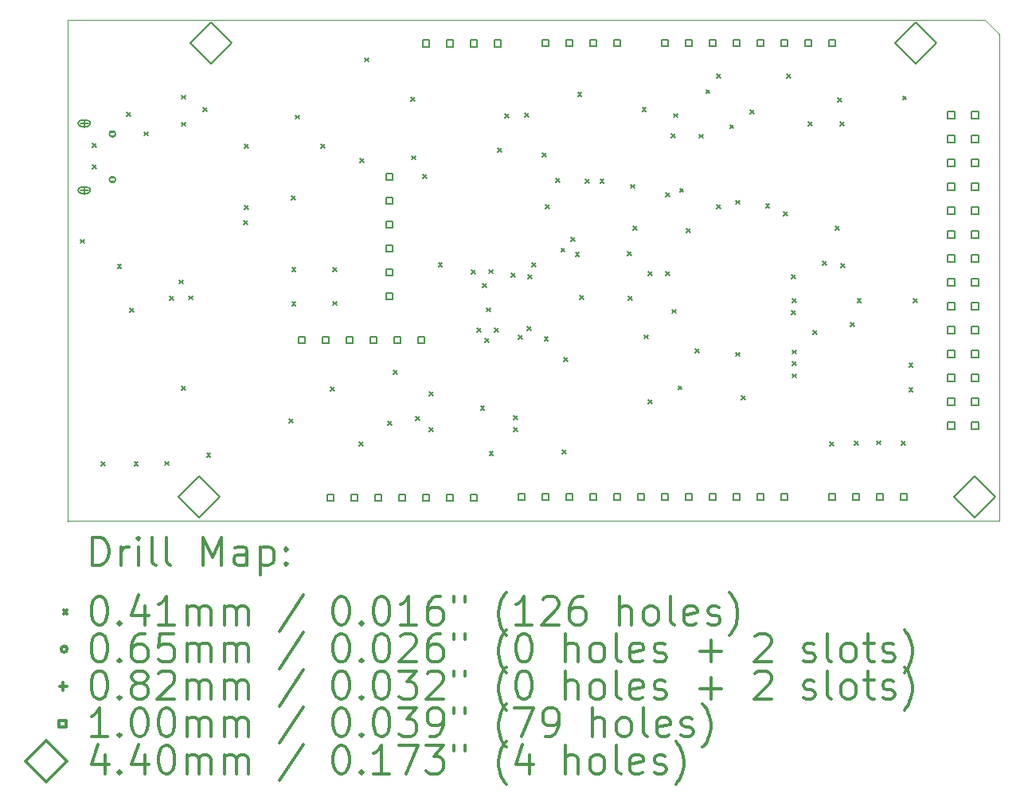
<source format=gbr>
%FSLAX45Y45*%
G04 Gerber Fmt 4.5, Leading zero omitted, Abs format (unit mm)*
G04 Created by KiCad (PCBNEW 4.0.7-e2-6376~58~ubuntu16.04.1) date Sat Dec 22 19:07:05 2018*
%MOMM*%
%LPD*%
G01*
G04 APERTURE LIST*
%ADD10C,0.127000*%
%ADD11C,0.100000*%
%ADD12C,0.200000*%
%ADD13C,0.300000*%
G04 APERTURE END LIST*
D10*
D11*
X9094000Y-6027000D02*
X9096000Y-6027000D01*
X9094000Y-11358000D02*
X9094000Y-6027000D01*
X18997000Y-11358000D02*
X9094000Y-11358000D01*
X18997000Y-11356000D02*
X18997000Y-11358000D01*
X18997000Y-11355000D02*
X18997000Y-11356000D01*
X18997000Y-11354000D02*
X18997000Y-11355000D01*
X18997000Y-11353000D02*
X18997000Y-11354000D01*
X18997000Y-6179000D02*
X18997000Y-11353000D01*
X18996000Y-6178000D02*
X18997000Y-6179000D01*
X18995000Y-6177000D02*
X18996000Y-6178000D01*
X18845000Y-6027000D02*
X18995000Y-6177000D01*
X18844000Y-6027000D02*
X18845000Y-6027000D01*
X18843000Y-6027000D02*
X18844000Y-6027000D01*
X18842000Y-6027000D02*
X18843000Y-6027000D01*
X9097000Y-6027000D02*
X18842000Y-6027000D01*
X9094000Y-11358000D02*
X9094000Y-11360000D01*
D12*
X9228680Y-8362680D02*
X9269320Y-8403320D01*
X9269320Y-8362680D02*
X9228680Y-8403320D01*
X9356680Y-7344680D02*
X9397320Y-7385320D01*
X9397320Y-7344680D02*
X9356680Y-7385320D01*
X9356680Y-7570680D02*
X9397320Y-7611320D01*
X9397320Y-7570680D02*
X9356680Y-7611320D01*
X9453680Y-10726680D02*
X9494320Y-10767320D01*
X9494320Y-10726680D02*
X9453680Y-10767320D01*
X9624680Y-8629680D02*
X9665320Y-8670320D01*
X9665320Y-8629680D02*
X9624680Y-8670320D01*
X9720680Y-7015680D02*
X9761320Y-7056320D01*
X9761320Y-7015680D02*
X9720680Y-7056320D01*
X9752680Y-9093680D02*
X9793320Y-9134320D01*
X9793320Y-9093680D02*
X9752680Y-9134320D01*
X9802680Y-10726680D02*
X9843320Y-10767320D01*
X9843320Y-10726680D02*
X9802680Y-10767320D01*
X9904680Y-7220680D02*
X9945320Y-7261320D01*
X9945320Y-7220680D02*
X9904680Y-7261320D01*
X10130680Y-10725680D02*
X10171320Y-10766320D01*
X10171320Y-10725680D02*
X10130680Y-10766320D01*
X10181680Y-8965680D02*
X10222320Y-9006320D01*
X10222320Y-8965680D02*
X10181680Y-9006320D01*
X10280680Y-8794680D02*
X10321320Y-8835320D01*
X10321320Y-8794680D02*
X10280680Y-8835320D01*
X10302680Y-7118680D02*
X10343320Y-7159320D01*
X10343320Y-7118680D02*
X10302680Y-7159320D01*
X10304680Y-6830680D02*
X10345320Y-6871320D01*
X10345320Y-6830680D02*
X10304680Y-6871320D01*
X10308680Y-9925680D02*
X10349320Y-9966320D01*
X10349320Y-9925680D02*
X10308680Y-9966320D01*
X10384680Y-8963680D02*
X10425320Y-9004320D01*
X10425320Y-8963680D02*
X10384680Y-9004320D01*
X10533680Y-6959680D02*
X10574320Y-7000320D01*
X10574320Y-6959680D02*
X10533680Y-7000320D01*
X10572680Y-10634680D02*
X10613320Y-10675320D01*
X10613320Y-10634680D02*
X10572680Y-10675320D01*
X10963680Y-8164680D02*
X11004320Y-8205320D01*
X11004320Y-8164680D02*
X10963680Y-8205320D01*
X10974680Y-7348680D02*
X11015320Y-7389320D01*
X11015320Y-7348680D02*
X10974680Y-7389320D01*
X10975680Y-8000680D02*
X11016320Y-8041320D01*
X11016320Y-8000680D02*
X10975680Y-8041320D01*
X11447680Y-10274680D02*
X11488320Y-10315320D01*
X11488320Y-10274680D02*
X11447680Y-10315320D01*
X11476680Y-7902680D02*
X11517320Y-7943320D01*
X11517320Y-7902680D02*
X11476680Y-7943320D01*
X11478680Y-8662680D02*
X11519320Y-8703320D01*
X11519320Y-8662680D02*
X11478680Y-8703320D01*
X11478680Y-9027680D02*
X11519320Y-9068320D01*
X11519320Y-9027680D02*
X11478680Y-9068320D01*
X11517680Y-7041680D02*
X11558320Y-7082320D01*
X11558320Y-7041680D02*
X11517680Y-7082320D01*
X11787680Y-7348680D02*
X11828320Y-7389320D01*
X11828320Y-7348680D02*
X11787680Y-7389320D01*
X11889680Y-9935680D02*
X11930320Y-9976320D01*
X11930320Y-9935680D02*
X11889680Y-9976320D01*
X11915680Y-8661680D02*
X11956320Y-8702320D01*
X11956320Y-8661680D02*
X11915680Y-8702320D01*
X11915680Y-9023680D02*
X11956320Y-9064320D01*
X11956320Y-9023680D02*
X11915680Y-9064320D01*
X12192680Y-10517680D02*
X12233320Y-10558320D01*
X12233320Y-10517680D02*
X12192680Y-10558320D01*
X12203680Y-7500680D02*
X12244320Y-7541320D01*
X12244320Y-7500680D02*
X12203680Y-7541320D01*
X12254680Y-6432680D02*
X12295320Y-6473320D01*
X12295320Y-6432680D02*
X12254680Y-6473320D01*
X12500680Y-10296680D02*
X12541320Y-10337320D01*
X12541320Y-10296680D02*
X12500680Y-10337320D01*
X12557680Y-9755680D02*
X12598320Y-9796320D01*
X12598320Y-9755680D02*
X12557680Y-9796320D01*
X12742680Y-6852680D02*
X12783320Y-6893320D01*
X12783320Y-6852680D02*
X12742680Y-6893320D01*
X12753680Y-7473680D02*
X12794320Y-7514320D01*
X12794320Y-7473680D02*
X12753680Y-7514320D01*
X12797680Y-10246680D02*
X12838320Y-10287320D01*
X12838320Y-10246680D02*
X12797680Y-10287320D01*
X12869680Y-7670680D02*
X12910320Y-7711320D01*
X12910320Y-7670680D02*
X12869680Y-7711320D01*
X12938680Y-9983680D02*
X12979320Y-10024320D01*
X12979320Y-9983680D02*
X12938680Y-10024320D01*
X12938680Y-10364680D02*
X12979320Y-10405320D01*
X12979320Y-10364680D02*
X12938680Y-10405320D01*
X13035680Y-8611680D02*
X13076320Y-8652320D01*
X13076320Y-8611680D02*
X13035680Y-8652320D01*
X13385680Y-8687680D02*
X13426320Y-8728320D01*
X13426320Y-8687680D02*
X13385680Y-8728320D01*
X13444680Y-9304680D02*
X13485320Y-9345320D01*
X13485320Y-9304680D02*
X13444680Y-9345320D01*
X13484680Y-10137680D02*
X13525320Y-10178320D01*
X13525320Y-10137680D02*
X13484680Y-10178320D01*
X13506680Y-8832680D02*
X13547320Y-8873320D01*
X13547320Y-8832680D02*
X13506680Y-8873320D01*
X13534680Y-9414680D02*
X13575320Y-9455320D01*
X13575320Y-9414680D02*
X13534680Y-9455320D01*
X13545680Y-9091680D02*
X13586320Y-9132320D01*
X13586320Y-9091680D02*
X13545680Y-9132320D01*
X13575680Y-8685680D02*
X13616320Y-8726320D01*
X13616320Y-8685680D02*
X13575680Y-8726320D01*
X13577680Y-10619680D02*
X13618320Y-10660320D01*
X13618320Y-10619680D02*
X13577680Y-10660320D01*
X13636680Y-9309680D02*
X13677320Y-9350320D01*
X13677320Y-9309680D02*
X13636680Y-9350320D01*
X13664680Y-7390680D02*
X13705320Y-7431320D01*
X13705320Y-7390680D02*
X13664680Y-7431320D01*
X13740680Y-7028680D02*
X13781320Y-7069320D01*
X13781320Y-7028680D02*
X13740680Y-7069320D01*
X13809680Y-8721680D02*
X13850320Y-8762320D01*
X13850320Y-8721680D02*
X13809680Y-8762320D01*
X13836680Y-10237680D02*
X13877320Y-10278320D01*
X13877320Y-10237680D02*
X13836680Y-10278320D01*
X13837680Y-10364680D02*
X13878320Y-10405320D01*
X13878320Y-10364680D02*
X13837680Y-10405320D01*
X13886680Y-9380680D02*
X13927320Y-9421320D01*
X13927320Y-9380680D02*
X13886680Y-9421320D01*
X13954680Y-7023680D02*
X13995320Y-7064320D01*
X13995320Y-7023680D02*
X13954680Y-7064320D01*
X13980680Y-9292680D02*
X14021320Y-9333320D01*
X14021320Y-9292680D02*
X13980680Y-9333320D01*
X13986680Y-8742680D02*
X14027320Y-8783320D01*
X14027320Y-8742680D02*
X13986680Y-8783320D01*
X14034680Y-8609680D02*
X14075320Y-8650320D01*
X14075320Y-8609680D02*
X14034680Y-8650320D01*
X14142680Y-7443680D02*
X14183320Y-7484320D01*
X14183320Y-7443680D02*
X14142680Y-7484320D01*
X14162680Y-9397680D02*
X14203320Y-9438320D01*
X14203320Y-9397680D02*
X14162680Y-9438320D01*
X14177680Y-7997680D02*
X14218320Y-8038320D01*
X14218320Y-7997680D02*
X14177680Y-8038320D01*
X14283680Y-7718680D02*
X14324320Y-7759320D01*
X14324320Y-7718680D02*
X14283680Y-7759320D01*
X14339680Y-8455680D02*
X14380320Y-8496320D01*
X14380320Y-8455680D02*
X14339680Y-8496320D01*
X14354680Y-10601680D02*
X14395320Y-10642320D01*
X14395320Y-10601680D02*
X14354680Y-10642320D01*
X14367680Y-9623680D02*
X14408320Y-9664320D01*
X14408320Y-9623680D02*
X14367680Y-9664320D01*
X14443680Y-8338680D02*
X14484320Y-8379320D01*
X14484320Y-8338680D02*
X14443680Y-8379320D01*
X14492680Y-8501680D02*
X14533320Y-8542320D01*
X14533320Y-8501680D02*
X14492680Y-8542320D01*
X14518680Y-6803680D02*
X14559320Y-6844320D01*
X14559320Y-6803680D02*
X14518680Y-6844320D01*
X14539680Y-8959680D02*
X14580320Y-9000320D01*
X14580320Y-8959680D02*
X14539680Y-9000320D01*
X14599680Y-7721680D02*
X14640320Y-7762320D01*
X14640320Y-7721680D02*
X14599680Y-7762320D01*
X14755680Y-7721680D02*
X14796320Y-7762320D01*
X14796320Y-7721680D02*
X14755680Y-7762320D01*
X15045680Y-8493680D02*
X15086320Y-8534320D01*
X15086320Y-8493680D02*
X15045680Y-8534320D01*
X15053680Y-8971680D02*
X15094320Y-9012320D01*
X15094320Y-8971680D02*
X15053680Y-9012320D01*
X15081680Y-7778680D02*
X15122320Y-7819320D01*
X15122320Y-7778680D02*
X15081680Y-7819320D01*
X15103680Y-8225680D02*
X15144320Y-8266320D01*
X15144320Y-8225680D02*
X15103680Y-8266320D01*
X15204680Y-6959680D02*
X15245320Y-7000320D01*
X15245320Y-6959680D02*
X15204680Y-7000320D01*
X15222680Y-9378680D02*
X15263320Y-9419320D01*
X15263320Y-9378680D02*
X15222680Y-9419320D01*
X15268680Y-8706680D02*
X15309320Y-8747320D01*
X15309320Y-8706680D02*
X15268680Y-8747320D01*
X15268680Y-10068680D02*
X15309320Y-10109320D01*
X15309320Y-10068680D02*
X15268680Y-10109320D01*
X15450680Y-7869680D02*
X15491320Y-7910320D01*
X15491320Y-7869680D02*
X15450680Y-7910320D01*
X15451680Y-8702680D02*
X15492320Y-8743320D01*
X15492320Y-8702680D02*
X15451680Y-8743320D01*
X15510680Y-7238680D02*
X15551320Y-7279320D01*
X15551320Y-7238680D02*
X15510680Y-7279320D01*
X15521680Y-9108680D02*
X15562320Y-9149320D01*
X15562320Y-9108680D02*
X15521680Y-9149320D01*
X15539680Y-7024680D02*
X15580320Y-7065320D01*
X15580320Y-7024680D02*
X15539680Y-7065320D01*
X15584680Y-9920680D02*
X15625320Y-9961320D01*
X15625320Y-9920680D02*
X15584680Y-9961320D01*
X15602680Y-7820680D02*
X15643320Y-7861320D01*
X15643320Y-7820680D02*
X15602680Y-7861320D01*
X15670680Y-8249680D02*
X15711320Y-8290320D01*
X15711320Y-8249680D02*
X15670680Y-8290320D01*
X15768680Y-9529680D02*
X15809320Y-9570320D01*
X15809320Y-9529680D02*
X15768680Y-9570320D01*
X15812680Y-7245680D02*
X15853320Y-7286320D01*
X15853320Y-7245680D02*
X15812680Y-7286320D01*
X15880680Y-6770680D02*
X15921320Y-6811320D01*
X15921320Y-6770680D02*
X15880680Y-6811320D01*
X15998680Y-6604680D02*
X16039320Y-6645320D01*
X16039320Y-6604680D02*
X15998680Y-6645320D01*
X15998680Y-7996680D02*
X16039320Y-8037320D01*
X16039320Y-7996680D02*
X15998680Y-8037320D01*
X16134680Y-7143680D02*
X16175320Y-7184320D01*
X16175320Y-7143680D02*
X16134680Y-7184320D01*
X16196680Y-9565680D02*
X16237320Y-9606320D01*
X16237320Y-9565680D02*
X16196680Y-9606320D01*
X16200680Y-7948680D02*
X16241320Y-7989320D01*
X16241320Y-7948680D02*
X16200680Y-7989320D01*
X16255680Y-10027680D02*
X16296320Y-10068320D01*
X16296320Y-10027680D02*
X16255680Y-10068320D01*
X16349680Y-6984680D02*
X16390320Y-7025320D01*
X16390320Y-6984680D02*
X16349680Y-7025320D01*
X16515680Y-7986680D02*
X16556320Y-8027320D01*
X16556320Y-7986680D02*
X16515680Y-8027320D01*
X16704680Y-8073680D02*
X16745320Y-8114320D01*
X16745320Y-8073680D02*
X16704680Y-8114320D01*
X16741680Y-6603680D02*
X16782320Y-6644320D01*
X16782320Y-6603680D02*
X16741680Y-6644320D01*
X16791680Y-8741680D02*
X16832320Y-8782320D01*
X16832320Y-8741680D02*
X16791680Y-8782320D01*
X16794680Y-9120680D02*
X16835320Y-9161320D01*
X16835320Y-9120680D02*
X16794680Y-9161320D01*
X16796680Y-8995680D02*
X16837320Y-9036320D01*
X16837320Y-8995680D02*
X16796680Y-9036320D01*
X16796680Y-9794680D02*
X16837320Y-9835320D01*
X16837320Y-9794680D02*
X16796680Y-9835320D01*
X16799680Y-9540680D02*
X16840320Y-9581320D01*
X16840320Y-9540680D02*
X16799680Y-9581320D01*
X16799680Y-9665680D02*
X16840320Y-9706320D01*
X16840320Y-9665680D02*
X16799680Y-9706320D01*
X16969680Y-7111680D02*
X17010320Y-7152320D01*
X17010320Y-7111680D02*
X16969680Y-7152320D01*
X17016680Y-9333680D02*
X17057320Y-9374320D01*
X17057320Y-9333680D02*
X17016680Y-9374320D01*
X17123680Y-8592680D02*
X17164320Y-8633320D01*
X17164320Y-8592680D02*
X17123680Y-8633320D01*
X17194680Y-10514680D02*
X17235320Y-10555320D01*
X17235320Y-10514680D02*
X17194680Y-10555320D01*
X17255680Y-8225680D02*
X17296320Y-8266320D01*
X17296320Y-8225680D02*
X17255680Y-8266320D01*
X17285680Y-6857680D02*
X17326320Y-6898320D01*
X17326320Y-6857680D02*
X17285680Y-6898320D01*
X17308680Y-7111680D02*
X17349320Y-7152320D01*
X17349320Y-7111680D02*
X17308680Y-7152320D01*
X17316680Y-8622680D02*
X17357320Y-8663320D01*
X17357320Y-8622680D02*
X17316680Y-8663320D01*
X17414680Y-9244680D02*
X17455320Y-9285320D01*
X17455320Y-9244680D02*
X17414680Y-9285320D01*
X17458680Y-10510680D02*
X17499320Y-10551320D01*
X17499320Y-10510680D02*
X17458680Y-10551320D01*
X17489680Y-8994680D02*
X17530320Y-9035320D01*
X17530320Y-8994680D02*
X17489680Y-9035320D01*
X17700680Y-10505680D02*
X17741320Y-10546320D01*
X17741320Y-10505680D02*
X17700680Y-10546320D01*
X17962680Y-10507680D02*
X18003320Y-10548320D01*
X18003320Y-10507680D02*
X17962680Y-10548320D01*
X17972680Y-6839680D02*
X18013320Y-6880320D01*
X18013320Y-6839680D02*
X17972680Y-6880320D01*
X18039680Y-9679680D02*
X18080320Y-9720320D01*
X18080320Y-9679680D02*
X18039680Y-9720320D01*
X18039680Y-9939680D02*
X18080320Y-9980320D01*
X18080320Y-9939680D02*
X18039680Y-9980320D01*
X18089680Y-8993680D02*
X18130320Y-9034320D01*
X18130320Y-8993680D02*
X18089680Y-9034320D01*
X9602500Y-7242500D02*
G75*
G03X9602500Y-7242500I-32500J0D01*
G01*
X9560000Y-7265000D02*
X9580000Y-7265000D01*
X9560000Y-7220000D02*
X9580000Y-7220000D01*
X9580000Y-7265000D02*
G75*
G03X9580000Y-7220000I0J22500D01*
G01*
X9560000Y-7220000D02*
G75*
G03X9560000Y-7265000I0J-22500D01*
G01*
X9602500Y-7727500D02*
G75*
G03X9602500Y-7727500I-32500J0D01*
G01*
X9560000Y-7750000D02*
X9580000Y-7750000D01*
X9560000Y-7705000D02*
X9580000Y-7705000D01*
X9580000Y-7750000D02*
G75*
G03X9580000Y-7705000I0J22500D01*
G01*
X9560000Y-7705000D02*
G75*
G03X9560000Y-7750000I0J-22500D01*
G01*
X9270000Y-7088125D02*
X9270000Y-7170625D01*
X9228750Y-7129375D02*
X9311250Y-7129375D01*
X9236250Y-7160625D02*
X9303750Y-7160625D01*
X9236250Y-7098125D02*
X9303750Y-7098125D01*
X9303750Y-7160625D02*
G75*
G03X9303750Y-7098125I0J31250D01*
G01*
X9236250Y-7098125D02*
G75*
G03X9236250Y-7160625I0J-31250D01*
G01*
X9270000Y-7799375D02*
X9270000Y-7881875D01*
X9228750Y-7840625D02*
X9311250Y-7840625D01*
X9236250Y-7871875D02*
X9303750Y-7871875D01*
X9236250Y-7809375D02*
X9303750Y-7809375D01*
X9303750Y-7871875D02*
G75*
G03X9303750Y-7809375I0J31250D01*
G01*
X9236250Y-7809375D02*
G75*
G03X9236250Y-7871875I0J-31250D01*
G01*
X11617356Y-9469356D02*
X11617356Y-9398644D01*
X11546644Y-9398644D01*
X11546644Y-9469356D01*
X11617356Y-9469356D01*
X11871356Y-9469356D02*
X11871356Y-9398644D01*
X11800644Y-9398644D01*
X11800644Y-9469356D01*
X11871356Y-9469356D01*
X11923356Y-11144356D02*
X11923356Y-11073644D01*
X11852644Y-11073644D01*
X11852644Y-11144356D01*
X11923356Y-11144356D01*
X12125356Y-9469356D02*
X12125356Y-9398644D01*
X12054644Y-9398644D01*
X12054644Y-9469356D01*
X12125356Y-9469356D01*
X12177356Y-11144356D02*
X12177356Y-11073644D01*
X12106644Y-11073644D01*
X12106644Y-11144356D01*
X12177356Y-11144356D01*
X12379356Y-9469356D02*
X12379356Y-9398644D01*
X12308644Y-9398644D01*
X12308644Y-9469356D01*
X12379356Y-9469356D01*
X12431356Y-11144356D02*
X12431356Y-11073644D01*
X12360644Y-11073644D01*
X12360644Y-11144356D01*
X12431356Y-11144356D01*
X12552356Y-7730356D02*
X12552356Y-7659644D01*
X12481644Y-7659644D01*
X12481644Y-7730356D01*
X12552356Y-7730356D01*
X12552356Y-7984356D02*
X12552356Y-7913644D01*
X12481644Y-7913644D01*
X12481644Y-7984356D01*
X12552356Y-7984356D01*
X12552356Y-8238356D02*
X12552356Y-8167644D01*
X12481644Y-8167644D01*
X12481644Y-8238356D01*
X12552356Y-8238356D01*
X12552356Y-8492356D02*
X12552356Y-8421644D01*
X12481644Y-8421644D01*
X12481644Y-8492356D01*
X12552356Y-8492356D01*
X12552356Y-8746356D02*
X12552356Y-8675644D01*
X12481644Y-8675644D01*
X12481644Y-8746356D01*
X12552356Y-8746356D01*
X12552356Y-9000356D02*
X12552356Y-8929644D01*
X12481644Y-8929644D01*
X12481644Y-9000356D01*
X12552356Y-9000356D01*
X12633356Y-9469356D02*
X12633356Y-9398644D01*
X12562644Y-9398644D01*
X12562644Y-9469356D01*
X12633356Y-9469356D01*
X12685356Y-11144356D02*
X12685356Y-11073644D01*
X12614644Y-11073644D01*
X12614644Y-11144356D01*
X12685356Y-11144356D01*
X12887356Y-9469356D02*
X12887356Y-9398644D01*
X12816644Y-9398644D01*
X12816644Y-9469356D01*
X12887356Y-9469356D01*
X12938356Y-6314356D02*
X12938356Y-6243644D01*
X12867644Y-6243644D01*
X12867644Y-6314356D01*
X12938356Y-6314356D01*
X12939356Y-11144356D02*
X12939356Y-11073644D01*
X12868644Y-11073644D01*
X12868644Y-11144356D01*
X12939356Y-11144356D01*
X13192356Y-6314356D02*
X13192356Y-6243644D01*
X13121644Y-6243644D01*
X13121644Y-6314356D01*
X13192356Y-6314356D01*
X13193356Y-11144356D02*
X13193356Y-11073644D01*
X13122644Y-11073644D01*
X13122644Y-11144356D01*
X13193356Y-11144356D01*
X13446356Y-6314356D02*
X13446356Y-6243644D01*
X13375644Y-6243644D01*
X13375644Y-6314356D01*
X13446356Y-6314356D01*
X13447356Y-11144356D02*
X13447356Y-11073644D01*
X13376644Y-11073644D01*
X13376644Y-11144356D01*
X13447356Y-11144356D01*
X13700356Y-6314356D02*
X13700356Y-6243644D01*
X13629644Y-6243644D01*
X13629644Y-6314356D01*
X13700356Y-6314356D01*
X13955356Y-11139356D02*
X13955356Y-11068644D01*
X13884644Y-11068644D01*
X13884644Y-11139356D01*
X13955356Y-11139356D01*
X14209356Y-6313356D02*
X14209356Y-6242644D01*
X14138644Y-6242644D01*
X14138644Y-6313356D01*
X14209356Y-6313356D01*
X14209356Y-11139356D02*
X14209356Y-11068644D01*
X14138644Y-11068644D01*
X14138644Y-11139356D01*
X14209356Y-11139356D01*
X14463356Y-6313356D02*
X14463356Y-6242644D01*
X14392644Y-6242644D01*
X14392644Y-6313356D01*
X14463356Y-6313356D01*
X14463356Y-11139356D02*
X14463356Y-11068644D01*
X14392644Y-11068644D01*
X14392644Y-11139356D01*
X14463356Y-11139356D01*
X14717356Y-6313356D02*
X14717356Y-6242644D01*
X14646644Y-6242644D01*
X14646644Y-6313356D01*
X14717356Y-6313356D01*
X14717356Y-11139356D02*
X14717356Y-11068644D01*
X14646644Y-11068644D01*
X14646644Y-11139356D01*
X14717356Y-11139356D01*
X14971356Y-6313356D02*
X14971356Y-6242644D01*
X14900644Y-6242644D01*
X14900644Y-6313356D01*
X14971356Y-6313356D01*
X14971356Y-11139356D02*
X14971356Y-11068644D01*
X14900644Y-11068644D01*
X14900644Y-11139356D01*
X14971356Y-11139356D01*
X15225356Y-11139356D02*
X15225356Y-11068644D01*
X15154644Y-11068644D01*
X15154644Y-11139356D01*
X15225356Y-11139356D01*
X15479356Y-6312356D02*
X15479356Y-6241644D01*
X15408644Y-6241644D01*
X15408644Y-6312356D01*
X15479356Y-6312356D01*
X15479356Y-11139356D02*
X15479356Y-11068644D01*
X15408644Y-11068644D01*
X15408644Y-11139356D01*
X15479356Y-11139356D01*
X15733356Y-6312356D02*
X15733356Y-6241644D01*
X15662644Y-6241644D01*
X15662644Y-6312356D01*
X15733356Y-6312356D01*
X15733356Y-11139356D02*
X15733356Y-11068644D01*
X15662644Y-11068644D01*
X15662644Y-11139356D01*
X15733356Y-11139356D01*
X15987356Y-6312356D02*
X15987356Y-6241644D01*
X15916644Y-6241644D01*
X15916644Y-6312356D01*
X15987356Y-6312356D01*
X15987356Y-11139356D02*
X15987356Y-11068644D01*
X15916644Y-11068644D01*
X15916644Y-11139356D01*
X15987356Y-11139356D01*
X16241356Y-6312356D02*
X16241356Y-6241644D01*
X16170644Y-6241644D01*
X16170644Y-6312356D01*
X16241356Y-6312356D01*
X16241356Y-11139356D02*
X16241356Y-11068644D01*
X16170644Y-11068644D01*
X16170644Y-11139356D01*
X16241356Y-11139356D01*
X16495356Y-6312356D02*
X16495356Y-6241644D01*
X16424644Y-6241644D01*
X16424644Y-6312356D01*
X16495356Y-6312356D01*
X16495356Y-11139356D02*
X16495356Y-11068644D01*
X16424644Y-11068644D01*
X16424644Y-11139356D01*
X16495356Y-11139356D01*
X16749356Y-6312356D02*
X16749356Y-6241644D01*
X16678644Y-6241644D01*
X16678644Y-6312356D01*
X16749356Y-6312356D01*
X16749356Y-11139356D02*
X16749356Y-11068644D01*
X16678644Y-11068644D01*
X16678644Y-11139356D01*
X16749356Y-11139356D01*
X17003356Y-6312356D02*
X17003356Y-6241644D01*
X16932644Y-6241644D01*
X16932644Y-6312356D01*
X17003356Y-6312356D01*
X17257356Y-6312356D02*
X17257356Y-6241644D01*
X17186644Y-6241644D01*
X17186644Y-6312356D01*
X17257356Y-6312356D01*
X17257356Y-11139356D02*
X17257356Y-11068644D01*
X17186644Y-11068644D01*
X17186644Y-11139356D01*
X17257356Y-11139356D01*
X17511356Y-11139356D02*
X17511356Y-11068644D01*
X17440644Y-11068644D01*
X17440644Y-11139356D01*
X17511356Y-11139356D01*
X17765356Y-11139356D02*
X17765356Y-11068644D01*
X17694644Y-11068644D01*
X17694644Y-11139356D01*
X17765356Y-11139356D01*
X18019356Y-11139356D02*
X18019356Y-11068644D01*
X17948644Y-11068644D01*
X17948644Y-11139356D01*
X18019356Y-11139356D01*
X18524356Y-7076356D02*
X18524356Y-7005644D01*
X18453644Y-7005644D01*
X18453644Y-7076356D01*
X18524356Y-7076356D01*
X18524356Y-7330356D02*
X18524356Y-7259644D01*
X18453644Y-7259644D01*
X18453644Y-7330356D01*
X18524356Y-7330356D01*
X18524356Y-7584356D02*
X18524356Y-7513644D01*
X18453644Y-7513644D01*
X18453644Y-7584356D01*
X18524356Y-7584356D01*
X18524356Y-7838356D02*
X18524356Y-7767644D01*
X18453644Y-7767644D01*
X18453644Y-7838356D01*
X18524356Y-7838356D01*
X18524356Y-8092356D02*
X18524356Y-8021644D01*
X18453644Y-8021644D01*
X18453644Y-8092356D01*
X18524356Y-8092356D01*
X18524356Y-8346356D02*
X18524356Y-8275644D01*
X18453644Y-8275644D01*
X18453644Y-8346356D01*
X18524356Y-8346356D01*
X18524356Y-8600356D02*
X18524356Y-8529644D01*
X18453644Y-8529644D01*
X18453644Y-8600356D01*
X18524356Y-8600356D01*
X18524356Y-8854356D02*
X18524356Y-8783644D01*
X18453644Y-8783644D01*
X18453644Y-8854356D01*
X18524356Y-8854356D01*
X18524356Y-9108356D02*
X18524356Y-9037644D01*
X18453644Y-9037644D01*
X18453644Y-9108356D01*
X18524356Y-9108356D01*
X18524356Y-9362356D02*
X18524356Y-9291644D01*
X18453644Y-9291644D01*
X18453644Y-9362356D01*
X18524356Y-9362356D01*
X18524356Y-9616356D02*
X18524356Y-9545644D01*
X18453644Y-9545644D01*
X18453644Y-9616356D01*
X18524356Y-9616356D01*
X18524356Y-9870356D02*
X18524356Y-9799644D01*
X18453644Y-9799644D01*
X18453644Y-9870356D01*
X18524356Y-9870356D01*
X18524356Y-10124356D02*
X18524356Y-10053644D01*
X18453644Y-10053644D01*
X18453644Y-10124356D01*
X18524356Y-10124356D01*
X18524356Y-10378356D02*
X18524356Y-10307644D01*
X18453644Y-10307644D01*
X18453644Y-10378356D01*
X18524356Y-10378356D01*
X18778356Y-7076356D02*
X18778356Y-7005644D01*
X18707644Y-7005644D01*
X18707644Y-7076356D01*
X18778356Y-7076356D01*
X18778356Y-7330356D02*
X18778356Y-7259644D01*
X18707644Y-7259644D01*
X18707644Y-7330356D01*
X18778356Y-7330356D01*
X18778356Y-7584356D02*
X18778356Y-7513644D01*
X18707644Y-7513644D01*
X18707644Y-7584356D01*
X18778356Y-7584356D01*
X18778356Y-7838356D02*
X18778356Y-7767644D01*
X18707644Y-7767644D01*
X18707644Y-7838356D01*
X18778356Y-7838356D01*
X18778356Y-8092356D02*
X18778356Y-8021644D01*
X18707644Y-8021644D01*
X18707644Y-8092356D01*
X18778356Y-8092356D01*
X18778356Y-8346356D02*
X18778356Y-8275644D01*
X18707644Y-8275644D01*
X18707644Y-8346356D01*
X18778356Y-8346356D01*
X18778356Y-8600356D02*
X18778356Y-8529644D01*
X18707644Y-8529644D01*
X18707644Y-8600356D01*
X18778356Y-8600356D01*
X18778356Y-8854356D02*
X18778356Y-8783644D01*
X18707644Y-8783644D01*
X18707644Y-8854356D01*
X18778356Y-8854356D01*
X18778356Y-9108356D02*
X18778356Y-9037644D01*
X18707644Y-9037644D01*
X18707644Y-9108356D01*
X18778356Y-9108356D01*
X18778356Y-9362356D02*
X18778356Y-9291644D01*
X18707644Y-9291644D01*
X18707644Y-9362356D01*
X18778356Y-9362356D01*
X18778356Y-9616356D02*
X18778356Y-9545644D01*
X18707644Y-9545644D01*
X18707644Y-9616356D01*
X18778356Y-9616356D01*
X18778356Y-9870356D02*
X18778356Y-9799644D01*
X18707644Y-9799644D01*
X18707644Y-9870356D01*
X18778356Y-9870356D01*
X18778356Y-10124356D02*
X18778356Y-10053644D01*
X18707644Y-10053644D01*
X18707644Y-10124356D01*
X18778356Y-10124356D01*
X18778356Y-10378356D02*
X18778356Y-10307644D01*
X18707644Y-10307644D01*
X18707644Y-10378356D01*
X18778356Y-10378356D01*
X10488000Y-11322000D02*
X10708000Y-11102000D01*
X10488000Y-10882000D01*
X10268000Y-11102000D01*
X10488000Y-11322000D01*
X10615000Y-6497000D02*
X10835000Y-6277000D01*
X10615000Y-6057000D01*
X10395000Y-6277000D01*
X10615000Y-6497000D01*
X18109000Y-6498000D02*
X18329000Y-6278000D01*
X18109000Y-6058000D01*
X17889000Y-6278000D01*
X18109000Y-6498000D01*
X18742000Y-11321000D02*
X18962000Y-11101000D01*
X18742000Y-10881000D01*
X18522000Y-11101000D01*
X18742000Y-11321000D01*
D13*
X9360429Y-11830714D02*
X9360429Y-11530714D01*
X9431857Y-11530714D01*
X9474714Y-11545000D01*
X9503286Y-11573571D01*
X9517571Y-11602143D01*
X9531857Y-11659286D01*
X9531857Y-11702143D01*
X9517571Y-11759286D01*
X9503286Y-11787857D01*
X9474714Y-11816429D01*
X9431857Y-11830714D01*
X9360429Y-11830714D01*
X9660429Y-11830714D02*
X9660429Y-11630714D01*
X9660429Y-11687857D02*
X9674714Y-11659286D01*
X9689000Y-11645000D01*
X9717571Y-11630714D01*
X9746143Y-11630714D01*
X9846143Y-11830714D02*
X9846143Y-11630714D01*
X9846143Y-11530714D02*
X9831857Y-11545000D01*
X9846143Y-11559286D01*
X9860429Y-11545000D01*
X9846143Y-11530714D01*
X9846143Y-11559286D01*
X10031857Y-11830714D02*
X10003286Y-11816429D01*
X9989000Y-11787857D01*
X9989000Y-11530714D01*
X10189000Y-11830714D02*
X10160429Y-11816429D01*
X10146143Y-11787857D01*
X10146143Y-11530714D01*
X10531857Y-11830714D02*
X10531857Y-11530714D01*
X10631857Y-11745000D01*
X10731857Y-11530714D01*
X10731857Y-11830714D01*
X11003286Y-11830714D02*
X11003286Y-11673571D01*
X10989000Y-11645000D01*
X10960429Y-11630714D01*
X10903286Y-11630714D01*
X10874714Y-11645000D01*
X11003286Y-11816429D02*
X10974714Y-11830714D01*
X10903286Y-11830714D01*
X10874714Y-11816429D01*
X10860429Y-11787857D01*
X10860429Y-11759286D01*
X10874714Y-11730714D01*
X10903286Y-11716429D01*
X10974714Y-11716429D01*
X11003286Y-11702143D01*
X11146143Y-11630714D02*
X11146143Y-11930714D01*
X11146143Y-11645000D02*
X11174714Y-11630714D01*
X11231857Y-11630714D01*
X11260428Y-11645000D01*
X11274714Y-11659286D01*
X11289000Y-11687857D01*
X11289000Y-11773571D01*
X11274714Y-11802143D01*
X11260428Y-11816429D01*
X11231857Y-11830714D01*
X11174714Y-11830714D01*
X11146143Y-11816429D01*
X11417571Y-11802143D02*
X11431857Y-11816429D01*
X11417571Y-11830714D01*
X11403286Y-11816429D01*
X11417571Y-11802143D01*
X11417571Y-11830714D01*
X11417571Y-11645000D02*
X11431857Y-11659286D01*
X11417571Y-11673571D01*
X11403286Y-11659286D01*
X11417571Y-11645000D01*
X11417571Y-11673571D01*
X9048360Y-12304680D02*
X9089000Y-12345320D01*
X9089000Y-12304680D02*
X9048360Y-12345320D01*
X9417571Y-12160714D02*
X9446143Y-12160714D01*
X9474714Y-12175000D01*
X9489000Y-12189286D01*
X9503286Y-12217857D01*
X9517571Y-12275000D01*
X9517571Y-12346429D01*
X9503286Y-12403571D01*
X9489000Y-12432143D01*
X9474714Y-12446429D01*
X9446143Y-12460714D01*
X9417571Y-12460714D01*
X9389000Y-12446429D01*
X9374714Y-12432143D01*
X9360429Y-12403571D01*
X9346143Y-12346429D01*
X9346143Y-12275000D01*
X9360429Y-12217857D01*
X9374714Y-12189286D01*
X9389000Y-12175000D01*
X9417571Y-12160714D01*
X9646143Y-12432143D02*
X9660429Y-12446429D01*
X9646143Y-12460714D01*
X9631857Y-12446429D01*
X9646143Y-12432143D01*
X9646143Y-12460714D01*
X9917571Y-12260714D02*
X9917571Y-12460714D01*
X9846143Y-12146429D02*
X9774714Y-12360714D01*
X9960428Y-12360714D01*
X10231857Y-12460714D02*
X10060429Y-12460714D01*
X10146143Y-12460714D02*
X10146143Y-12160714D01*
X10117571Y-12203571D01*
X10089000Y-12232143D01*
X10060429Y-12246429D01*
X10360429Y-12460714D02*
X10360429Y-12260714D01*
X10360429Y-12289286D02*
X10374714Y-12275000D01*
X10403286Y-12260714D01*
X10446143Y-12260714D01*
X10474714Y-12275000D01*
X10489000Y-12303571D01*
X10489000Y-12460714D01*
X10489000Y-12303571D02*
X10503286Y-12275000D01*
X10531857Y-12260714D01*
X10574714Y-12260714D01*
X10603286Y-12275000D01*
X10617571Y-12303571D01*
X10617571Y-12460714D01*
X10760429Y-12460714D02*
X10760429Y-12260714D01*
X10760429Y-12289286D02*
X10774714Y-12275000D01*
X10803286Y-12260714D01*
X10846143Y-12260714D01*
X10874714Y-12275000D01*
X10889000Y-12303571D01*
X10889000Y-12460714D01*
X10889000Y-12303571D02*
X10903286Y-12275000D01*
X10931857Y-12260714D01*
X10974714Y-12260714D01*
X11003286Y-12275000D01*
X11017571Y-12303571D01*
X11017571Y-12460714D01*
X11603286Y-12146429D02*
X11346143Y-12532143D01*
X11989000Y-12160714D02*
X12017571Y-12160714D01*
X12046143Y-12175000D01*
X12060428Y-12189286D01*
X12074714Y-12217857D01*
X12089000Y-12275000D01*
X12089000Y-12346429D01*
X12074714Y-12403571D01*
X12060428Y-12432143D01*
X12046143Y-12446429D01*
X12017571Y-12460714D01*
X11989000Y-12460714D01*
X11960428Y-12446429D01*
X11946143Y-12432143D01*
X11931857Y-12403571D01*
X11917571Y-12346429D01*
X11917571Y-12275000D01*
X11931857Y-12217857D01*
X11946143Y-12189286D01*
X11960428Y-12175000D01*
X11989000Y-12160714D01*
X12217571Y-12432143D02*
X12231857Y-12446429D01*
X12217571Y-12460714D01*
X12203286Y-12446429D01*
X12217571Y-12432143D01*
X12217571Y-12460714D01*
X12417571Y-12160714D02*
X12446143Y-12160714D01*
X12474714Y-12175000D01*
X12489000Y-12189286D01*
X12503285Y-12217857D01*
X12517571Y-12275000D01*
X12517571Y-12346429D01*
X12503285Y-12403571D01*
X12489000Y-12432143D01*
X12474714Y-12446429D01*
X12446143Y-12460714D01*
X12417571Y-12460714D01*
X12389000Y-12446429D01*
X12374714Y-12432143D01*
X12360428Y-12403571D01*
X12346143Y-12346429D01*
X12346143Y-12275000D01*
X12360428Y-12217857D01*
X12374714Y-12189286D01*
X12389000Y-12175000D01*
X12417571Y-12160714D01*
X12803285Y-12460714D02*
X12631857Y-12460714D01*
X12717571Y-12460714D02*
X12717571Y-12160714D01*
X12689000Y-12203571D01*
X12660428Y-12232143D01*
X12631857Y-12246429D01*
X13060428Y-12160714D02*
X13003285Y-12160714D01*
X12974714Y-12175000D01*
X12960428Y-12189286D01*
X12931857Y-12232143D01*
X12917571Y-12289286D01*
X12917571Y-12403571D01*
X12931857Y-12432143D01*
X12946143Y-12446429D01*
X12974714Y-12460714D01*
X13031857Y-12460714D01*
X13060428Y-12446429D01*
X13074714Y-12432143D01*
X13089000Y-12403571D01*
X13089000Y-12332143D01*
X13074714Y-12303571D01*
X13060428Y-12289286D01*
X13031857Y-12275000D01*
X12974714Y-12275000D01*
X12946143Y-12289286D01*
X12931857Y-12303571D01*
X12917571Y-12332143D01*
X13203286Y-12160714D02*
X13203286Y-12217857D01*
X13317571Y-12160714D02*
X13317571Y-12217857D01*
X13760428Y-12575000D02*
X13746143Y-12560714D01*
X13717571Y-12517857D01*
X13703285Y-12489286D01*
X13689000Y-12446429D01*
X13674714Y-12375000D01*
X13674714Y-12317857D01*
X13689000Y-12246429D01*
X13703285Y-12203571D01*
X13717571Y-12175000D01*
X13746143Y-12132143D01*
X13760428Y-12117857D01*
X14031857Y-12460714D02*
X13860428Y-12460714D01*
X13946143Y-12460714D02*
X13946143Y-12160714D01*
X13917571Y-12203571D01*
X13889000Y-12232143D01*
X13860428Y-12246429D01*
X14146143Y-12189286D02*
X14160428Y-12175000D01*
X14189000Y-12160714D01*
X14260428Y-12160714D01*
X14289000Y-12175000D01*
X14303285Y-12189286D01*
X14317571Y-12217857D01*
X14317571Y-12246429D01*
X14303285Y-12289286D01*
X14131857Y-12460714D01*
X14317571Y-12460714D01*
X14574714Y-12160714D02*
X14517571Y-12160714D01*
X14489000Y-12175000D01*
X14474714Y-12189286D01*
X14446143Y-12232143D01*
X14431857Y-12289286D01*
X14431857Y-12403571D01*
X14446143Y-12432143D01*
X14460428Y-12446429D01*
X14489000Y-12460714D01*
X14546143Y-12460714D01*
X14574714Y-12446429D01*
X14589000Y-12432143D01*
X14603285Y-12403571D01*
X14603285Y-12332143D01*
X14589000Y-12303571D01*
X14574714Y-12289286D01*
X14546143Y-12275000D01*
X14489000Y-12275000D01*
X14460428Y-12289286D01*
X14446143Y-12303571D01*
X14431857Y-12332143D01*
X14960428Y-12460714D02*
X14960428Y-12160714D01*
X15089000Y-12460714D02*
X15089000Y-12303571D01*
X15074714Y-12275000D01*
X15046143Y-12260714D01*
X15003285Y-12260714D01*
X14974714Y-12275000D01*
X14960428Y-12289286D01*
X15274714Y-12460714D02*
X15246143Y-12446429D01*
X15231857Y-12432143D01*
X15217571Y-12403571D01*
X15217571Y-12317857D01*
X15231857Y-12289286D01*
X15246143Y-12275000D01*
X15274714Y-12260714D01*
X15317571Y-12260714D01*
X15346143Y-12275000D01*
X15360428Y-12289286D01*
X15374714Y-12317857D01*
X15374714Y-12403571D01*
X15360428Y-12432143D01*
X15346143Y-12446429D01*
X15317571Y-12460714D01*
X15274714Y-12460714D01*
X15546143Y-12460714D02*
X15517571Y-12446429D01*
X15503286Y-12417857D01*
X15503286Y-12160714D01*
X15774714Y-12446429D02*
X15746143Y-12460714D01*
X15689000Y-12460714D01*
X15660428Y-12446429D01*
X15646143Y-12417857D01*
X15646143Y-12303571D01*
X15660428Y-12275000D01*
X15689000Y-12260714D01*
X15746143Y-12260714D01*
X15774714Y-12275000D01*
X15789000Y-12303571D01*
X15789000Y-12332143D01*
X15646143Y-12360714D01*
X15903286Y-12446429D02*
X15931857Y-12460714D01*
X15989000Y-12460714D01*
X16017571Y-12446429D01*
X16031857Y-12417857D01*
X16031857Y-12403571D01*
X16017571Y-12375000D01*
X15989000Y-12360714D01*
X15946143Y-12360714D01*
X15917571Y-12346429D01*
X15903286Y-12317857D01*
X15903286Y-12303571D01*
X15917571Y-12275000D01*
X15946143Y-12260714D01*
X15989000Y-12260714D01*
X16017571Y-12275000D01*
X16131857Y-12575000D02*
X16146143Y-12560714D01*
X16174714Y-12517857D01*
X16189000Y-12489286D01*
X16203286Y-12446429D01*
X16217571Y-12375000D01*
X16217571Y-12317857D01*
X16203286Y-12246429D01*
X16189000Y-12203571D01*
X16174714Y-12175000D01*
X16146143Y-12132143D01*
X16131857Y-12117857D01*
X9089000Y-12721000D02*
G75*
G03X9089000Y-12721000I-32500J0D01*
G01*
X9417571Y-12556714D02*
X9446143Y-12556714D01*
X9474714Y-12571000D01*
X9489000Y-12585286D01*
X9503286Y-12613857D01*
X9517571Y-12671000D01*
X9517571Y-12742429D01*
X9503286Y-12799571D01*
X9489000Y-12828143D01*
X9474714Y-12842429D01*
X9446143Y-12856714D01*
X9417571Y-12856714D01*
X9389000Y-12842429D01*
X9374714Y-12828143D01*
X9360429Y-12799571D01*
X9346143Y-12742429D01*
X9346143Y-12671000D01*
X9360429Y-12613857D01*
X9374714Y-12585286D01*
X9389000Y-12571000D01*
X9417571Y-12556714D01*
X9646143Y-12828143D02*
X9660429Y-12842429D01*
X9646143Y-12856714D01*
X9631857Y-12842429D01*
X9646143Y-12828143D01*
X9646143Y-12856714D01*
X9917571Y-12556714D02*
X9860428Y-12556714D01*
X9831857Y-12571000D01*
X9817571Y-12585286D01*
X9789000Y-12628143D01*
X9774714Y-12685286D01*
X9774714Y-12799571D01*
X9789000Y-12828143D01*
X9803286Y-12842429D01*
X9831857Y-12856714D01*
X9889000Y-12856714D01*
X9917571Y-12842429D01*
X9931857Y-12828143D01*
X9946143Y-12799571D01*
X9946143Y-12728143D01*
X9931857Y-12699571D01*
X9917571Y-12685286D01*
X9889000Y-12671000D01*
X9831857Y-12671000D01*
X9803286Y-12685286D01*
X9789000Y-12699571D01*
X9774714Y-12728143D01*
X10217571Y-12556714D02*
X10074714Y-12556714D01*
X10060429Y-12699571D01*
X10074714Y-12685286D01*
X10103286Y-12671000D01*
X10174714Y-12671000D01*
X10203286Y-12685286D01*
X10217571Y-12699571D01*
X10231857Y-12728143D01*
X10231857Y-12799571D01*
X10217571Y-12828143D01*
X10203286Y-12842429D01*
X10174714Y-12856714D01*
X10103286Y-12856714D01*
X10074714Y-12842429D01*
X10060429Y-12828143D01*
X10360429Y-12856714D02*
X10360429Y-12656714D01*
X10360429Y-12685286D02*
X10374714Y-12671000D01*
X10403286Y-12656714D01*
X10446143Y-12656714D01*
X10474714Y-12671000D01*
X10489000Y-12699571D01*
X10489000Y-12856714D01*
X10489000Y-12699571D02*
X10503286Y-12671000D01*
X10531857Y-12656714D01*
X10574714Y-12656714D01*
X10603286Y-12671000D01*
X10617571Y-12699571D01*
X10617571Y-12856714D01*
X10760429Y-12856714D02*
X10760429Y-12656714D01*
X10760429Y-12685286D02*
X10774714Y-12671000D01*
X10803286Y-12656714D01*
X10846143Y-12656714D01*
X10874714Y-12671000D01*
X10889000Y-12699571D01*
X10889000Y-12856714D01*
X10889000Y-12699571D02*
X10903286Y-12671000D01*
X10931857Y-12656714D01*
X10974714Y-12656714D01*
X11003286Y-12671000D01*
X11017571Y-12699571D01*
X11017571Y-12856714D01*
X11603286Y-12542429D02*
X11346143Y-12928143D01*
X11989000Y-12556714D02*
X12017571Y-12556714D01*
X12046143Y-12571000D01*
X12060428Y-12585286D01*
X12074714Y-12613857D01*
X12089000Y-12671000D01*
X12089000Y-12742429D01*
X12074714Y-12799571D01*
X12060428Y-12828143D01*
X12046143Y-12842429D01*
X12017571Y-12856714D01*
X11989000Y-12856714D01*
X11960428Y-12842429D01*
X11946143Y-12828143D01*
X11931857Y-12799571D01*
X11917571Y-12742429D01*
X11917571Y-12671000D01*
X11931857Y-12613857D01*
X11946143Y-12585286D01*
X11960428Y-12571000D01*
X11989000Y-12556714D01*
X12217571Y-12828143D02*
X12231857Y-12842429D01*
X12217571Y-12856714D01*
X12203286Y-12842429D01*
X12217571Y-12828143D01*
X12217571Y-12856714D01*
X12417571Y-12556714D02*
X12446143Y-12556714D01*
X12474714Y-12571000D01*
X12489000Y-12585286D01*
X12503285Y-12613857D01*
X12517571Y-12671000D01*
X12517571Y-12742429D01*
X12503285Y-12799571D01*
X12489000Y-12828143D01*
X12474714Y-12842429D01*
X12446143Y-12856714D01*
X12417571Y-12856714D01*
X12389000Y-12842429D01*
X12374714Y-12828143D01*
X12360428Y-12799571D01*
X12346143Y-12742429D01*
X12346143Y-12671000D01*
X12360428Y-12613857D01*
X12374714Y-12585286D01*
X12389000Y-12571000D01*
X12417571Y-12556714D01*
X12631857Y-12585286D02*
X12646143Y-12571000D01*
X12674714Y-12556714D01*
X12746143Y-12556714D01*
X12774714Y-12571000D01*
X12789000Y-12585286D01*
X12803285Y-12613857D01*
X12803285Y-12642429D01*
X12789000Y-12685286D01*
X12617571Y-12856714D01*
X12803285Y-12856714D01*
X13060428Y-12556714D02*
X13003285Y-12556714D01*
X12974714Y-12571000D01*
X12960428Y-12585286D01*
X12931857Y-12628143D01*
X12917571Y-12685286D01*
X12917571Y-12799571D01*
X12931857Y-12828143D01*
X12946143Y-12842429D01*
X12974714Y-12856714D01*
X13031857Y-12856714D01*
X13060428Y-12842429D01*
X13074714Y-12828143D01*
X13089000Y-12799571D01*
X13089000Y-12728143D01*
X13074714Y-12699571D01*
X13060428Y-12685286D01*
X13031857Y-12671000D01*
X12974714Y-12671000D01*
X12946143Y-12685286D01*
X12931857Y-12699571D01*
X12917571Y-12728143D01*
X13203286Y-12556714D02*
X13203286Y-12613857D01*
X13317571Y-12556714D02*
X13317571Y-12613857D01*
X13760428Y-12971000D02*
X13746143Y-12956714D01*
X13717571Y-12913857D01*
X13703285Y-12885286D01*
X13689000Y-12842429D01*
X13674714Y-12771000D01*
X13674714Y-12713857D01*
X13689000Y-12642429D01*
X13703285Y-12599571D01*
X13717571Y-12571000D01*
X13746143Y-12528143D01*
X13760428Y-12513857D01*
X13931857Y-12556714D02*
X13960428Y-12556714D01*
X13989000Y-12571000D01*
X14003285Y-12585286D01*
X14017571Y-12613857D01*
X14031857Y-12671000D01*
X14031857Y-12742429D01*
X14017571Y-12799571D01*
X14003285Y-12828143D01*
X13989000Y-12842429D01*
X13960428Y-12856714D01*
X13931857Y-12856714D01*
X13903285Y-12842429D01*
X13889000Y-12828143D01*
X13874714Y-12799571D01*
X13860428Y-12742429D01*
X13860428Y-12671000D01*
X13874714Y-12613857D01*
X13889000Y-12585286D01*
X13903285Y-12571000D01*
X13931857Y-12556714D01*
X14389000Y-12856714D02*
X14389000Y-12556714D01*
X14517571Y-12856714D02*
X14517571Y-12699571D01*
X14503285Y-12671000D01*
X14474714Y-12656714D01*
X14431857Y-12656714D01*
X14403285Y-12671000D01*
X14389000Y-12685286D01*
X14703285Y-12856714D02*
X14674714Y-12842429D01*
X14660428Y-12828143D01*
X14646143Y-12799571D01*
X14646143Y-12713857D01*
X14660428Y-12685286D01*
X14674714Y-12671000D01*
X14703285Y-12656714D01*
X14746143Y-12656714D01*
X14774714Y-12671000D01*
X14789000Y-12685286D01*
X14803285Y-12713857D01*
X14803285Y-12799571D01*
X14789000Y-12828143D01*
X14774714Y-12842429D01*
X14746143Y-12856714D01*
X14703285Y-12856714D01*
X14974714Y-12856714D02*
X14946143Y-12842429D01*
X14931857Y-12813857D01*
X14931857Y-12556714D01*
X15203286Y-12842429D02*
X15174714Y-12856714D01*
X15117571Y-12856714D01*
X15089000Y-12842429D01*
X15074714Y-12813857D01*
X15074714Y-12699571D01*
X15089000Y-12671000D01*
X15117571Y-12656714D01*
X15174714Y-12656714D01*
X15203286Y-12671000D01*
X15217571Y-12699571D01*
X15217571Y-12728143D01*
X15074714Y-12756714D01*
X15331857Y-12842429D02*
X15360428Y-12856714D01*
X15417571Y-12856714D01*
X15446143Y-12842429D01*
X15460428Y-12813857D01*
X15460428Y-12799571D01*
X15446143Y-12771000D01*
X15417571Y-12756714D01*
X15374714Y-12756714D01*
X15346143Y-12742429D01*
X15331857Y-12713857D01*
X15331857Y-12699571D01*
X15346143Y-12671000D01*
X15374714Y-12656714D01*
X15417571Y-12656714D01*
X15446143Y-12671000D01*
X15817571Y-12742429D02*
X16046143Y-12742429D01*
X15931857Y-12856714D02*
X15931857Y-12628143D01*
X16403286Y-12585286D02*
X16417571Y-12571000D01*
X16446143Y-12556714D01*
X16517571Y-12556714D01*
X16546143Y-12571000D01*
X16560428Y-12585286D01*
X16574714Y-12613857D01*
X16574714Y-12642429D01*
X16560428Y-12685286D01*
X16389000Y-12856714D01*
X16574714Y-12856714D01*
X16917571Y-12842429D02*
X16946143Y-12856714D01*
X17003286Y-12856714D01*
X17031857Y-12842429D01*
X17046143Y-12813857D01*
X17046143Y-12799571D01*
X17031857Y-12771000D01*
X17003286Y-12756714D01*
X16960428Y-12756714D01*
X16931857Y-12742429D01*
X16917571Y-12713857D01*
X16917571Y-12699571D01*
X16931857Y-12671000D01*
X16960428Y-12656714D01*
X17003286Y-12656714D01*
X17031857Y-12671000D01*
X17217571Y-12856714D02*
X17189000Y-12842429D01*
X17174714Y-12813857D01*
X17174714Y-12556714D01*
X17374714Y-12856714D02*
X17346143Y-12842429D01*
X17331857Y-12828143D01*
X17317571Y-12799571D01*
X17317571Y-12713857D01*
X17331857Y-12685286D01*
X17346143Y-12671000D01*
X17374714Y-12656714D01*
X17417571Y-12656714D01*
X17446143Y-12671000D01*
X17460428Y-12685286D01*
X17474714Y-12713857D01*
X17474714Y-12799571D01*
X17460428Y-12828143D01*
X17446143Y-12842429D01*
X17417571Y-12856714D01*
X17374714Y-12856714D01*
X17560428Y-12656714D02*
X17674714Y-12656714D01*
X17603286Y-12556714D02*
X17603286Y-12813857D01*
X17617571Y-12842429D01*
X17646143Y-12856714D01*
X17674714Y-12856714D01*
X17760429Y-12842429D02*
X17789000Y-12856714D01*
X17846143Y-12856714D01*
X17874714Y-12842429D01*
X17889000Y-12813857D01*
X17889000Y-12799571D01*
X17874714Y-12771000D01*
X17846143Y-12756714D01*
X17803286Y-12756714D01*
X17774714Y-12742429D01*
X17760429Y-12713857D01*
X17760429Y-12699571D01*
X17774714Y-12671000D01*
X17803286Y-12656714D01*
X17846143Y-12656714D01*
X17874714Y-12671000D01*
X17989000Y-12971000D02*
X18003286Y-12956714D01*
X18031857Y-12913857D01*
X18046143Y-12885286D01*
X18060428Y-12842429D01*
X18074714Y-12771000D01*
X18074714Y-12713857D01*
X18060428Y-12642429D01*
X18046143Y-12599571D01*
X18031857Y-12571000D01*
X18003286Y-12528143D01*
X17989000Y-12513857D01*
X9047750Y-13075750D02*
X9047750Y-13158250D01*
X9006500Y-13117000D02*
X9089000Y-13117000D01*
X9417571Y-12952714D02*
X9446143Y-12952714D01*
X9474714Y-12967000D01*
X9489000Y-12981286D01*
X9503286Y-13009857D01*
X9517571Y-13067000D01*
X9517571Y-13138429D01*
X9503286Y-13195571D01*
X9489000Y-13224143D01*
X9474714Y-13238429D01*
X9446143Y-13252714D01*
X9417571Y-13252714D01*
X9389000Y-13238429D01*
X9374714Y-13224143D01*
X9360429Y-13195571D01*
X9346143Y-13138429D01*
X9346143Y-13067000D01*
X9360429Y-13009857D01*
X9374714Y-12981286D01*
X9389000Y-12967000D01*
X9417571Y-12952714D01*
X9646143Y-13224143D02*
X9660429Y-13238429D01*
X9646143Y-13252714D01*
X9631857Y-13238429D01*
X9646143Y-13224143D01*
X9646143Y-13252714D01*
X9831857Y-13081286D02*
X9803286Y-13067000D01*
X9789000Y-13052714D01*
X9774714Y-13024143D01*
X9774714Y-13009857D01*
X9789000Y-12981286D01*
X9803286Y-12967000D01*
X9831857Y-12952714D01*
X9889000Y-12952714D01*
X9917571Y-12967000D01*
X9931857Y-12981286D01*
X9946143Y-13009857D01*
X9946143Y-13024143D01*
X9931857Y-13052714D01*
X9917571Y-13067000D01*
X9889000Y-13081286D01*
X9831857Y-13081286D01*
X9803286Y-13095571D01*
X9789000Y-13109857D01*
X9774714Y-13138429D01*
X9774714Y-13195571D01*
X9789000Y-13224143D01*
X9803286Y-13238429D01*
X9831857Y-13252714D01*
X9889000Y-13252714D01*
X9917571Y-13238429D01*
X9931857Y-13224143D01*
X9946143Y-13195571D01*
X9946143Y-13138429D01*
X9931857Y-13109857D01*
X9917571Y-13095571D01*
X9889000Y-13081286D01*
X10060429Y-12981286D02*
X10074714Y-12967000D01*
X10103286Y-12952714D01*
X10174714Y-12952714D01*
X10203286Y-12967000D01*
X10217571Y-12981286D01*
X10231857Y-13009857D01*
X10231857Y-13038429D01*
X10217571Y-13081286D01*
X10046143Y-13252714D01*
X10231857Y-13252714D01*
X10360429Y-13252714D02*
X10360429Y-13052714D01*
X10360429Y-13081286D02*
X10374714Y-13067000D01*
X10403286Y-13052714D01*
X10446143Y-13052714D01*
X10474714Y-13067000D01*
X10489000Y-13095571D01*
X10489000Y-13252714D01*
X10489000Y-13095571D02*
X10503286Y-13067000D01*
X10531857Y-13052714D01*
X10574714Y-13052714D01*
X10603286Y-13067000D01*
X10617571Y-13095571D01*
X10617571Y-13252714D01*
X10760429Y-13252714D02*
X10760429Y-13052714D01*
X10760429Y-13081286D02*
X10774714Y-13067000D01*
X10803286Y-13052714D01*
X10846143Y-13052714D01*
X10874714Y-13067000D01*
X10889000Y-13095571D01*
X10889000Y-13252714D01*
X10889000Y-13095571D02*
X10903286Y-13067000D01*
X10931857Y-13052714D01*
X10974714Y-13052714D01*
X11003286Y-13067000D01*
X11017571Y-13095571D01*
X11017571Y-13252714D01*
X11603286Y-12938429D02*
X11346143Y-13324143D01*
X11989000Y-12952714D02*
X12017571Y-12952714D01*
X12046143Y-12967000D01*
X12060428Y-12981286D01*
X12074714Y-13009857D01*
X12089000Y-13067000D01*
X12089000Y-13138429D01*
X12074714Y-13195571D01*
X12060428Y-13224143D01*
X12046143Y-13238429D01*
X12017571Y-13252714D01*
X11989000Y-13252714D01*
X11960428Y-13238429D01*
X11946143Y-13224143D01*
X11931857Y-13195571D01*
X11917571Y-13138429D01*
X11917571Y-13067000D01*
X11931857Y-13009857D01*
X11946143Y-12981286D01*
X11960428Y-12967000D01*
X11989000Y-12952714D01*
X12217571Y-13224143D02*
X12231857Y-13238429D01*
X12217571Y-13252714D01*
X12203286Y-13238429D01*
X12217571Y-13224143D01*
X12217571Y-13252714D01*
X12417571Y-12952714D02*
X12446143Y-12952714D01*
X12474714Y-12967000D01*
X12489000Y-12981286D01*
X12503285Y-13009857D01*
X12517571Y-13067000D01*
X12517571Y-13138429D01*
X12503285Y-13195571D01*
X12489000Y-13224143D01*
X12474714Y-13238429D01*
X12446143Y-13252714D01*
X12417571Y-13252714D01*
X12389000Y-13238429D01*
X12374714Y-13224143D01*
X12360428Y-13195571D01*
X12346143Y-13138429D01*
X12346143Y-13067000D01*
X12360428Y-13009857D01*
X12374714Y-12981286D01*
X12389000Y-12967000D01*
X12417571Y-12952714D01*
X12617571Y-12952714D02*
X12803285Y-12952714D01*
X12703285Y-13067000D01*
X12746143Y-13067000D01*
X12774714Y-13081286D01*
X12789000Y-13095571D01*
X12803285Y-13124143D01*
X12803285Y-13195571D01*
X12789000Y-13224143D01*
X12774714Y-13238429D01*
X12746143Y-13252714D01*
X12660428Y-13252714D01*
X12631857Y-13238429D01*
X12617571Y-13224143D01*
X12917571Y-12981286D02*
X12931857Y-12967000D01*
X12960428Y-12952714D01*
X13031857Y-12952714D01*
X13060428Y-12967000D01*
X13074714Y-12981286D01*
X13089000Y-13009857D01*
X13089000Y-13038429D01*
X13074714Y-13081286D01*
X12903285Y-13252714D01*
X13089000Y-13252714D01*
X13203286Y-12952714D02*
X13203286Y-13009857D01*
X13317571Y-12952714D02*
X13317571Y-13009857D01*
X13760428Y-13367000D02*
X13746143Y-13352714D01*
X13717571Y-13309857D01*
X13703285Y-13281286D01*
X13689000Y-13238429D01*
X13674714Y-13167000D01*
X13674714Y-13109857D01*
X13689000Y-13038429D01*
X13703285Y-12995571D01*
X13717571Y-12967000D01*
X13746143Y-12924143D01*
X13760428Y-12909857D01*
X13931857Y-12952714D02*
X13960428Y-12952714D01*
X13989000Y-12967000D01*
X14003285Y-12981286D01*
X14017571Y-13009857D01*
X14031857Y-13067000D01*
X14031857Y-13138429D01*
X14017571Y-13195571D01*
X14003285Y-13224143D01*
X13989000Y-13238429D01*
X13960428Y-13252714D01*
X13931857Y-13252714D01*
X13903285Y-13238429D01*
X13889000Y-13224143D01*
X13874714Y-13195571D01*
X13860428Y-13138429D01*
X13860428Y-13067000D01*
X13874714Y-13009857D01*
X13889000Y-12981286D01*
X13903285Y-12967000D01*
X13931857Y-12952714D01*
X14389000Y-13252714D02*
X14389000Y-12952714D01*
X14517571Y-13252714D02*
X14517571Y-13095571D01*
X14503285Y-13067000D01*
X14474714Y-13052714D01*
X14431857Y-13052714D01*
X14403285Y-13067000D01*
X14389000Y-13081286D01*
X14703285Y-13252714D02*
X14674714Y-13238429D01*
X14660428Y-13224143D01*
X14646143Y-13195571D01*
X14646143Y-13109857D01*
X14660428Y-13081286D01*
X14674714Y-13067000D01*
X14703285Y-13052714D01*
X14746143Y-13052714D01*
X14774714Y-13067000D01*
X14789000Y-13081286D01*
X14803285Y-13109857D01*
X14803285Y-13195571D01*
X14789000Y-13224143D01*
X14774714Y-13238429D01*
X14746143Y-13252714D01*
X14703285Y-13252714D01*
X14974714Y-13252714D02*
X14946143Y-13238429D01*
X14931857Y-13209857D01*
X14931857Y-12952714D01*
X15203286Y-13238429D02*
X15174714Y-13252714D01*
X15117571Y-13252714D01*
X15089000Y-13238429D01*
X15074714Y-13209857D01*
X15074714Y-13095571D01*
X15089000Y-13067000D01*
X15117571Y-13052714D01*
X15174714Y-13052714D01*
X15203286Y-13067000D01*
X15217571Y-13095571D01*
X15217571Y-13124143D01*
X15074714Y-13152714D01*
X15331857Y-13238429D02*
X15360428Y-13252714D01*
X15417571Y-13252714D01*
X15446143Y-13238429D01*
X15460428Y-13209857D01*
X15460428Y-13195571D01*
X15446143Y-13167000D01*
X15417571Y-13152714D01*
X15374714Y-13152714D01*
X15346143Y-13138429D01*
X15331857Y-13109857D01*
X15331857Y-13095571D01*
X15346143Y-13067000D01*
X15374714Y-13052714D01*
X15417571Y-13052714D01*
X15446143Y-13067000D01*
X15817571Y-13138429D02*
X16046143Y-13138429D01*
X15931857Y-13252714D02*
X15931857Y-13024143D01*
X16403286Y-12981286D02*
X16417571Y-12967000D01*
X16446143Y-12952714D01*
X16517571Y-12952714D01*
X16546143Y-12967000D01*
X16560428Y-12981286D01*
X16574714Y-13009857D01*
X16574714Y-13038429D01*
X16560428Y-13081286D01*
X16389000Y-13252714D01*
X16574714Y-13252714D01*
X16917571Y-13238429D02*
X16946143Y-13252714D01*
X17003286Y-13252714D01*
X17031857Y-13238429D01*
X17046143Y-13209857D01*
X17046143Y-13195571D01*
X17031857Y-13167000D01*
X17003286Y-13152714D01*
X16960428Y-13152714D01*
X16931857Y-13138429D01*
X16917571Y-13109857D01*
X16917571Y-13095571D01*
X16931857Y-13067000D01*
X16960428Y-13052714D01*
X17003286Y-13052714D01*
X17031857Y-13067000D01*
X17217571Y-13252714D02*
X17189000Y-13238429D01*
X17174714Y-13209857D01*
X17174714Y-12952714D01*
X17374714Y-13252714D02*
X17346143Y-13238429D01*
X17331857Y-13224143D01*
X17317571Y-13195571D01*
X17317571Y-13109857D01*
X17331857Y-13081286D01*
X17346143Y-13067000D01*
X17374714Y-13052714D01*
X17417571Y-13052714D01*
X17446143Y-13067000D01*
X17460428Y-13081286D01*
X17474714Y-13109857D01*
X17474714Y-13195571D01*
X17460428Y-13224143D01*
X17446143Y-13238429D01*
X17417571Y-13252714D01*
X17374714Y-13252714D01*
X17560428Y-13052714D02*
X17674714Y-13052714D01*
X17603286Y-12952714D02*
X17603286Y-13209857D01*
X17617571Y-13238429D01*
X17646143Y-13252714D01*
X17674714Y-13252714D01*
X17760429Y-13238429D02*
X17789000Y-13252714D01*
X17846143Y-13252714D01*
X17874714Y-13238429D01*
X17889000Y-13209857D01*
X17889000Y-13195571D01*
X17874714Y-13167000D01*
X17846143Y-13152714D01*
X17803286Y-13152714D01*
X17774714Y-13138429D01*
X17760429Y-13109857D01*
X17760429Y-13095571D01*
X17774714Y-13067000D01*
X17803286Y-13052714D01*
X17846143Y-13052714D01*
X17874714Y-13067000D01*
X17989000Y-13367000D02*
X18003286Y-13352714D01*
X18031857Y-13309857D01*
X18046143Y-13281286D01*
X18060428Y-13238429D01*
X18074714Y-13167000D01*
X18074714Y-13109857D01*
X18060428Y-13038429D01*
X18046143Y-12995571D01*
X18031857Y-12967000D01*
X18003286Y-12924143D01*
X17989000Y-12909857D01*
X9074356Y-13548356D02*
X9074356Y-13477644D01*
X9003644Y-13477644D01*
X9003644Y-13548356D01*
X9074356Y-13548356D01*
X9517571Y-13648714D02*
X9346143Y-13648714D01*
X9431857Y-13648714D02*
X9431857Y-13348714D01*
X9403286Y-13391571D01*
X9374714Y-13420143D01*
X9346143Y-13434429D01*
X9646143Y-13620143D02*
X9660429Y-13634429D01*
X9646143Y-13648714D01*
X9631857Y-13634429D01*
X9646143Y-13620143D01*
X9646143Y-13648714D01*
X9846143Y-13348714D02*
X9874714Y-13348714D01*
X9903286Y-13363000D01*
X9917571Y-13377286D01*
X9931857Y-13405857D01*
X9946143Y-13463000D01*
X9946143Y-13534429D01*
X9931857Y-13591571D01*
X9917571Y-13620143D01*
X9903286Y-13634429D01*
X9874714Y-13648714D01*
X9846143Y-13648714D01*
X9817571Y-13634429D01*
X9803286Y-13620143D01*
X9789000Y-13591571D01*
X9774714Y-13534429D01*
X9774714Y-13463000D01*
X9789000Y-13405857D01*
X9803286Y-13377286D01*
X9817571Y-13363000D01*
X9846143Y-13348714D01*
X10131857Y-13348714D02*
X10160429Y-13348714D01*
X10189000Y-13363000D01*
X10203286Y-13377286D01*
X10217571Y-13405857D01*
X10231857Y-13463000D01*
X10231857Y-13534429D01*
X10217571Y-13591571D01*
X10203286Y-13620143D01*
X10189000Y-13634429D01*
X10160429Y-13648714D01*
X10131857Y-13648714D01*
X10103286Y-13634429D01*
X10089000Y-13620143D01*
X10074714Y-13591571D01*
X10060429Y-13534429D01*
X10060429Y-13463000D01*
X10074714Y-13405857D01*
X10089000Y-13377286D01*
X10103286Y-13363000D01*
X10131857Y-13348714D01*
X10360429Y-13648714D02*
X10360429Y-13448714D01*
X10360429Y-13477286D02*
X10374714Y-13463000D01*
X10403286Y-13448714D01*
X10446143Y-13448714D01*
X10474714Y-13463000D01*
X10489000Y-13491571D01*
X10489000Y-13648714D01*
X10489000Y-13491571D02*
X10503286Y-13463000D01*
X10531857Y-13448714D01*
X10574714Y-13448714D01*
X10603286Y-13463000D01*
X10617571Y-13491571D01*
X10617571Y-13648714D01*
X10760429Y-13648714D02*
X10760429Y-13448714D01*
X10760429Y-13477286D02*
X10774714Y-13463000D01*
X10803286Y-13448714D01*
X10846143Y-13448714D01*
X10874714Y-13463000D01*
X10889000Y-13491571D01*
X10889000Y-13648714D01*
X10889000Y-13491571D02*
X10903286Y-13463000D01*
X10931857Y-13448714D01*
X10974714Y-13448714D01*
X11003286Y-13463000D01*
X11017571Y-13491571D01*
X11017571Y-13648714D01*
X11603286Y-13334429D02*
X11346143Y-13720143D01*
X11989000Y-13348714D02*
X12017571Y-13348714D01*
X12046143Y-13363000D01*
X12060428Y-13377286D01*
X12074714Y-13405857D01*
X12089000Y-13463000D01*
X12089000Y-13534429D01*
X12074714Y-13591571D01*
X12060428Y-13620143D01*
X12046143Y-13634429D01*
X12017571Y-13648714D01*
X11989000Y-13648714D01*
X11960428Y-13634429D01*
X11946143Y-13620143D01*
X11931857Y-13591571D01*
X11917571Y-13534429D01*
X11917571Y-13463000D01*
X11931857Y-13405857D01*
X11946143Y-13377286D01*
X11960428Y-13363000D01*
X11989000Y-13348714D01*
X12217571Y-13620143D02*
X12231857Y-13634429D01*
X12217571Y-13648714D01*
X12203286Y-13634429D01*
X12217571Y-13620143D01*
X12217571Y-13648714D01*
X12417571Y-13348714D02*
X12446143Y-13348714D01*
X12474714Y-13363000D01*
X12489000Y-13377286D01*
X12503285Y-13405857D01*
X12517571Y-13463000D01*
X12517571Y-13534429D01*
X12503285Y-13591571D01*
X12489000Y-13620143D01*
X12474714Y-13634429D01*
X12446143Y-13648714D01*
X12417571Y-13648714D01*
X12389000Y-13634429D01*
X12374714Y-13620143D01*
X12360428Y-13591571D01*
X12346143Y-13534429D01*
X12346143Y-13463000D01*
X12360428Y-13405857D01*
X12374714Y-13377286D01*
X12389000Y-13363000D01*
X12417571Y-13348714D01*
X12617571Y-13348714D02*
X12803285Y-13348714D01*
X12703285Y-13463000D01*
X12746143Y-13463000D01*
X12774714Y-13477286D01*
X12789000Y-13491571D01*
X12803285Y-13520143D01*
X12803285Y-13591571D01*
X12789000Y-13620143D01*
X12774714Y-13634429D01*
X12746143Y-13648714D01*
X12660428Y-13648714D01*
X12631857Y-13634429D01*
X12617571Y-13620143D01*
X12946143Y-13648714D02*
X13003285Y-13648714D01*
X13031857Y-13634429D01*
X13046143Y-13620143D01*
X13074714Y-13577286D01*
X13089000Y-13520143D01*
X13089000Y-13405857D01*
X13074714Y-13377286D01*
X13060428Y-13363000D01*
X13031857Y-13348714D01*
X12974714Y-13348714D01*
X12946143Y-13363000D01*
X12931857Y-13377286D01*
X12917571Y-13405857D01*
X12917571Y-13477286D01*
X12931857Y-13505857D01*
X12946143Y-13520143D01*
X12974714Y-13534429D01*
X13031857Y-13534429D01*
X13060428Y-13520143D01*
X13074714Y-13505857D01*
X13089000Y-13477286D01*
X13203286Y-13348714D02*
X13203286Y-13405857D01*
X13317571Y-13348714D02*
X13317571Y-13405857D01*
X13760428Y-13763000D02*
X13746143Y-13748714D01*
X13717571Y-13705857D01*
X13703285Y-13677286D01*
X13689000Y-13634429D01*
X13674714Y-13563000D01*
X13674714Y-13505857D01*
X13689000Y-13434429D01*
X13703285Y-13391571D01*
X13717571Y-13363000D01*
X13746143Y-13320143D01*
X13760428Y-13305857D01*
X13846143Y-13348714D02*
X14046143Y-13348714D01*
X13917571Y-13648714D01*
X14174714Y-13648714D02*
X14231857Y-13648714D01*
X14260428Y-13634429D01*
X14274714Y-13620143D01*
X14303285Y-13577286D01*
X14317571Y-13520143D01*
X14317571Y-13405857D01*
X14303285Y-13377286D01*
X14289000Y-13363000D01*
X14260428Y-13348714D01*
X14203285Y-13348714D01*
X14174714Y-13363000D01*
X14160428Y-13377286D01*
X14146143Y-13405857D01*
X14146143Y-13477286D01*
X14160428Y-13505857D01*
X14174714Y-13520143D01*
X14203285Y-13534429D01*
X14260428Y-13534429D01*
X14289000Y-13520143D01*
X14303285Y-13505857D01*
X14317571Y-13477286D01*
X14674714Y-13648714D02*
X14674714Y-13348714D01*
X14803285Y-13648714D02*
X14803285Y-13491571D01*
X14789000Y-13463000D01*
X14760428Y-13448714D01*
X14717571Y-13448714D01*
X14689000Y-13463000D01*
X14674714Y-13477286D01*
X14989000Y-13648714D02*
X14960428Y-13634429D01*
X14946143Y-13620143D01*
X14931857Y-13591571D01*
X14931857Y-13505857D01*
X14946143Y-13477286D01*
X14960428Y-13463000D01*
X14989000Y-13448714D01*
X15031857Y-13448714D01*
X15060428Y-13463000D01*
X15074714Y-13477286D01*
X15089000Y-13505857D01*
X15089000Y-13591571D01*
X15074714Y-13620143D01*
X15060428Y-13634429D01*
X15031857Y-13648714D01*
X14989000Y-13648714D01*
X15260428Y-13648714D02*
X15231857Y-13634429D01*
X15217571Y-13605857D01*
X15217571Y-13348714D01*
X15489000Y-13634429D02*
X15460428Y-13648714D01*
X15403286Y-13648714D01*
X15374714Y-13634429D01*
X15360428Y-13605857D01*
X15360428Y-13491571D01*
X15374714Y-13463000D01*
X15403286Y-13448714D01*
X15460428Y-13448714D01*
X15489000Y-13463000D01*
X15503286Y-13491571D01*
X15503286Y-13520143D01*
X15360428Y-13548714D01*
X15617571Y-13634429D02*
X15646143Y-13648714D01*
X15703286Y-13648714D01*
X15731857Y-13634429D01*
X15746143Y-13605857D01*
X15746143Y-13591571D01*
X15731857Y-13563000D01*
X15703286Y-13548714D01*
X15660428Y-13548714D01*
X15631857Y-13534429D01*
X15617571Y-13505857D01*
X15617571Y-13491571D01*
X15631857Y-13463000D01*
X15660428Y-13448714D01*
X15703286Y-13448714D01*
X15731857Y-13463000D01*
X15846143Y-13763000D02*
X15860428Y-13748714D01*
X15889000Y-13705857D01*
X15903286Y-13677286D01*
X15917571Y-13634429D01*
X15931857Y-13563000D01*
X15931857Y-13505857D01*
X15917571Y-13434429D01*
X15903286Y-13391571D01*
X15889000Y-13363000D01*
X15860428Y-13320143D01*
X15846143Y-13305857D01*
X8869000Y-14129000D02*
X9089000Y-13909000D01*
X8869000Y-13689000D01*
X8649000Y-13909000D01*
X8869000Y-14129000D01*
X9489000Y-13844714D02*
X9489000Y-14044714D01*
X9417571Y-13730429D02*
X9346143Y-13944714D01*
X9531857Y-13944714D01*
X9646143Y-14016143D02*
X9660429Y-14030429D01*
X9646143Y-14044714D01*
X9631857Y-14030429D01*
X9646143Y-14016143D01*
X9646143Y-14044714D01*
X9917571Y-13844714D02*
X9917571Y-14044714D01*
X9846143Y-13730429D02*
X9774714Y-13944714D01*
X9960428Y-13944714D01*
X10131857Y-13744714D02*
X10160429Y-13744714D01*
X10189000Y-13759000D01*
X10203286Y-13773286D01*
X10217571Y-13801857D01*
X10231857Y-13859000D01*
X10231857Y-13930429D01*
X10217571Y-13987571D01*
X10203286Y-14016143D01*
X10189000Y-14030429D01*
X10160429Y-14044714D01*
X10131857Y-14044714D01*
X10103286Y-14030429D01*
X10089000Y-14016143D01*
X10074714Y-13987571D01*
X10060429Y-13930429D01*
X10060429Y-13859000D01*
X10074714Y-13801857D01*
X10089000Y-13773286D01*
X10103286Y-13759000D01*
X10131857Y-13744714D01*
X10360429Y-14044714D02*
X10360429Y-13844714D01*
X10360429Y-13873286D02*
X10374714Y-13859000D01*
X10403286Y-13844714D01*
X10446143Y-13844714D01*
X10474714Y-13859000D01*
X10489000Y-13887571D01*
X10489000Y-14044714D01*
X10489000Y-13887571D02*
X10503286Y-13859000D01*
X10531857Y-13844714D01*
X10574714Y-13844714D01*
X10603286Y-13859000D01*
X10617571Y-13887571D01*
X10617571Y-14044714D01*
X10760429Y-14044714D02*
X10760429Y-13844714D01*
X10760429Y-13873286D02*
X10774714Y-13859000D01*
X10803286Y-13844714D01*
X10846143Y-13844714D01*
X10874714Y-13859000D01*
X10889000Y-13887571D01*
X10889000Y-14044714D01*
X10889000Y-13887571D02*
X10903286Y-13859000D01*
X10931857Y-13844714D01*
X10974714Y-13844714D01*
X11003286Y-13859000D01*
X11017571Y-13887571D01*
X11017571Y-14044714D01*
X11603286Y-13730429D02*
X11346143Y-14116143D01*
X11989000Y-13744714D02*
X12017571Y-13744714D01*
X12046143Y-13759000D01*
X12060428Y-13773286D01*
X12074714Y-13801857D01*
X12089000Y-13859000D01*
X12089000Y-13930429D01*
X12074714Y-13987571D01*
X12060428Y-14016143D01*
X12046143Y-14030429D01*
X12017571Y-14044714D01*
X11989000Y-14044714D01*
X11960428Y-14030429D01*
X11946143Y-14016143D01*
X11931857Y-13987571D01*
X11917571Y-13930429D01*
X11917571Y-13859000D01*
X11931857Y-13801857D01*
X11946143Y-13773286D01*
X11960428Y-13759000D01*
X11989000Y-13744714D01*
X12217571Y-14016143D02*
X12231857Y-14030429D01*
X12217571Y-14044714D01*
X12203286Y-14030429D01*
X12217571Y-14016143D01*
X12217571Y-14044714D01*
X12517571Y-14044714D02*
X12346143Y-14044714D01*
X12431857Y-14044714D02*
X12431857Y-13744714D01*
X12403285Y-13787571D01*
X12374714Y-13816143D01*
X12346143Y-13830429D01*
X12617571Y-13744714D02*
X12817571Y-13744714D01*
X12689000Y-14044714D01*
X12903285Y-13744714D02*
X13089000Y-13744714D01*
X12989000Y-13859000D01*
X13031857Y-13859000D01*
X13060428Y-13873286D01*
X13074714Y-13887571D01*
X13089000Y-13916143D01*
X13089000Y-13987571D01*
X13074714Y-14016143D01*
X13060428Y-14030429D01*
X13031857Y-14044714D01*
X12946143Y-14044714D01*
X12917571Y-14030429D01*
X12903285Y-14016143D01*
X13203286Y-13744714D02*
X13203286Y-13801857D01*
X13317571Y-13744714D02*
X13317571Y-13801857D01*
X13760428Y-14159000D02*
X13746143Y-14144714D01*
X13717571Y-14101857D01*
X13703285Y-14073286D01*
X13689000Y-14030429D01*
X13674714Y-13959000D01*
X13674714Y-13901857D01*
X13689000Y-13830429D01*
X13703285Y-13787571D01*
X13717571Y-13759000D01*
X13746143Y-13716143D01*
X13760428Y-13701857D01*
X14003285Y-13844714D02*
X14003285Y-14044714D01*
X13931857Y-13730429D02*
X13860428Y-13944714D01*
X14046143Y-13944714D01*
X14389000Y-14044714D02*
X14389000Y-13744714D01*
X14517571Y-14044714D02*
X14517571Y-13887571D01*
X14503285Y-13859000D01*
X14474714Y-13844714D01*
X14431857Y-13844714D01*
X14403285Y-13859000D01*
X14389000Y-13873286D01*
X14703285Y-14044714D02*
X14674714Y-14030429D01*
X14660428Y-14016143D01*
X14646143Y-13987571D01*
X14646143Y-13901857D01*
X14660428Y-13873286D01*
X14674714Y-13859000D01*
X14703285Y-13844714D01*
X14746143Y-13844714D01*
X14774714Y-13859000D01*
X14789000Y-13873286D01*
X14803285Y-13901857D01*
X14803285Y-13987571D01*
X14789000Y-14016143D01*
X14774714Y-14030429D01*
X14746143Y-14044714D01*
X14703285Y-14044714D01*
X14974714Y-14044714D02*
X14946143Y-14030429D01*
X14931857Y-14001857D01*
X14931857Y-13744714D01*
X15203286Y-14030429D02*
X15174714Y-14044714D01*
X15117571Y-14044714D01*
X15089000Y-14030429D01*
X15074714Y-14001857D01*
X15074714Y-13887571D01*
X15089000Y-13859000D01*
X15117571Y-13844714D01*
X15174714Y-13844714D01*
X15203286Y-13859000D01*
X15217571Y-13887571D01*
X15217571Y-13916143D01*
X15074714Y-13944714D01*
X15331857Y-14030429D02*
X15360428Y-14044714D01*
X15417571Y-14044714D01*
X15446143Y-14030429D01*
X15460428Y-14001857D01*
X15460428Y-13987571D01*
X15446143Y-13959000D01*
X15417571Y-13944714D01*
X15374714Y-13944714D01*
X15346143Y-13930429D01*
X15331857Y-13901857D01*
X15331857Y-13887571D01*
X15346143Y-13859000D01*
X15374714Y-13844714D01*
X15417571Y-13844714D01*
X15446143Y-13859000D01*
X15560428Y-14159000D02*
X15574714Y-14144714D01*
X15603286Y-14101857D01*
X15617571Y-14073286D01*
X15631857Y-14030429D01*
X15646143Y-13959000D01*
X15646143Y-13901857D01*
X15631857Y-13830429D01*
X15617571Y-13787571D01*
X15603286Y-13759000D01*
X15574714Y-13716143D01*
X15560428Y-13701857D01*
M02*

</source>
